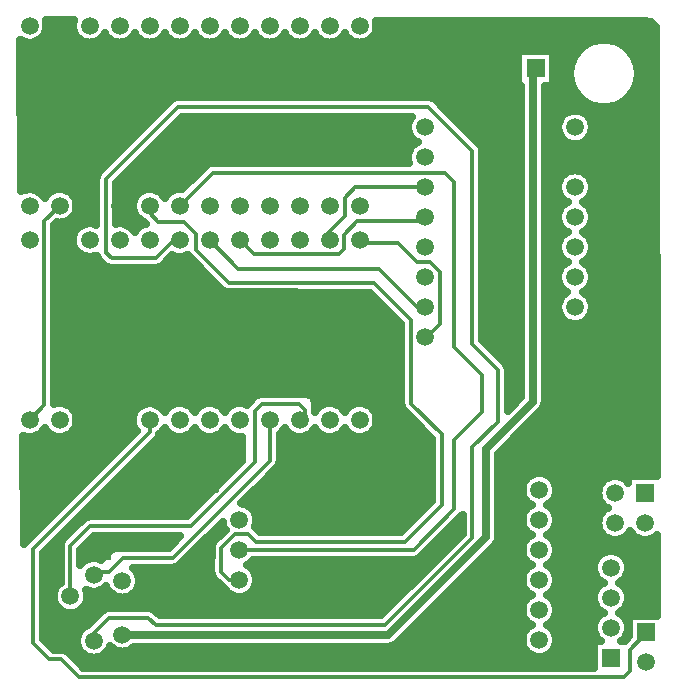
<source format=gbr>
G04 DipTrace 3.2.0.1*
G04 Bottom.gbr*
%MOIN*%
G04 #@! TF.FileFunction,Copper,L2,Bot*
G04 #@! TF.Part,Single*
G04 #@! TA.AperFunction,Conductor*
%ADD13C,0.026*%
%ADD14C,0.012992*%
G04 #@! TA.AperFunction,CopperBalancing*
%ADD15C,0.025*%
G04 #@! TA.AperFunction,ComponentPad*
%ADD17C,0.059055*%
%ADD18R,0.059055X0.059055*%
%ADD19C,0.059055*%
%ADD20C,0.062992*%
%ADD21R,0.062992X0.062992*%
%ADD22R,0.079X0.052*%
G04 #@! TA.AperFunction,ViaPad*
%ADD23C,0.04*%
%FSLAX26Y26*%
G04*
G70*
G90*
G75*
G01*
G04 Bottom*
%LPD*%
X1165000Y791125D2*
D14*
X1131000D1*
X1105000Y817125D1*
Y898125D1*
X1150000Y943125D1*
X1195000D1*
X1219000Y919125D1*
X1717000D1*
X1840000Y1042125D1*
Y1276125D1*
X1738000Y1378125D1*
Y1657125D1*
X1612785Y1782340D1*
X1129785D1*
X1021000Y1891125D1*
Y1945125D1*
X982000Y1984125D1*
X895000D1*
X866000Y2013125D1*
Y2038125D1*
X1165000Y891125D2*
X1746000D1*
X1882000Y1027125D1*
Y1258125D1*
X1975000Y1351125D1*
Y1474125D1*
X1882000Y1567125D1*
Y2116125D1*
X1849000Y2149125D1*
X1077000D1*
X966000Y2038125D1*
X566000D2*
X515016Y1987141D1*
Y1373141D1*
X466000Y1324125D1*
X775000Y608125D2*
D13*
X1661000D1*
X1987000Y934125D1*
Y1228125D1*
X2143000Y1384125D1*
Y2487125D1*
X2153000Y2497125D1*
X1566000Y1924125D2*
D14*
Y1915125D1*
X1693000D1*
X1756000Y1852125D1*
X1801000D1*
X1834000Y1819125D1*
Y1645125D1*
X1786500Y1597625D1*
X1784000Y1600125D1*
Y2100125D2*
X1551000D1*
X1516000Y2065125D1*
Y2005125D1*
X1459000Y1948125D1*
Y1924125D1*
X1466000D1*
X1784000Y2000125D2*
Y1987125D1*
X1558000D1*
X1513000Y1942125D1*
Y1894125D1*
X1498000Y1879125D1*
X1213000D1*
X1171000Y1921125D1*
Y1929125D1*
X1166000Y1924125D1*
X1784000Y1700125D2*
X1758000D1*
X1630000Y1828125D1*
X1162000D1*
X1066000Y1924125D1*
X602000Y737125D2*
Y905125D1*
X667000Y970125D1*
X1003000D1*
X1216000Y1183125D1*
Y1354125D1*
X1240000Y1378125D1*
X1363000D1*
X1384000Y1357125D1*
Y1324125D1*
X1366000D1*
X680000Y588125D2*
Y614125D1*
X730000Y664125D1*
X862000D1*
X886000Y640125D1*
X1651000D1*
X1942000Y931125D1*
Y1234125D1*
X2026000Y1318125D1*
Y1492125D1*
X1942000Y1576125D1*
Y2221125D1*
X1795000Y2368125D1*
X961000D1*
X721000Y2128125D1*
Y1882125D1*
X739000Y1864125D1*
X886000D1*
X966000Y1944125D1*
Y1924125D1*
X1266000Y1324125D2*
Y1188125D1*
X943000Y865125D1*
X778000D1*
X730000Y817125D1*
X680000D1*
Y808125D1*
X2521000Y616125D2*
X2524000D1*
X2467000Y559125D1*
Y487125D1*
X2446000Y466125D1*
X631000D1*
X571000Y526125D1*
X532000D1*
X478000Y580125D1*
Y895125D1*
X866000Y1283125D1*
Y1324125D1*
D23*
X724000Y2446125D3*
Y2311125D3*
X898000Y2455125D3*
X895000Y2368125D3*
X943000Y1201125D3*
X1081000Y1099125D3*
X751000Y1234125D3*
X694000Y1201125D3*
X1867000Y643125D3*
X1897000Y724125D3*
X2062000Y1792125D3*
X2050000Y1636125D3*
X2053000Y1984125D3*
X1036000Y802125D3*
X2275000Y1111125D3*
X2248000Y1039125D3*
X1213000Y2302125D3*
X1339000Y2296125D3*
X1537000Y1615125D3*
X1390000Y1681125D3*
X1465000Y1513125D3*
X1279000Y1555125D3*
X964000Y1666125D3*
X715000Y1687125D3*
X955000Y1531125D3*
X730000Y1525125D3*
X524443Y2641139D2*
D15*
X607538D1*
X1624436D2*
X2544961D1*
X520101Y2616270D2*
X611916D1*
X1620095D2*
X2552031D1*
X499431Y2591402D2*
X632585D1*
X699414D2*
X732595D1*
X799423D2*
X832568D1*
X899432D2*
X932577D1*
X999406D2*
X1032587D1*
X1099415D2*
X1132596D1*
X1199424D2*
X1232569D1*
X1299433D2*
X1332578D1*
X1399407D2*
X1432588D1*
X1499416D2*
X1532597D1*
X1599425D2*
X2368591D1*
X2391425D2*
X2552066D1*
X436024Y2566533D2*
X2306475D1*
X2453541D2*
X2552102D1*
X436275Y2541664D2*
X2092498D1*
X2213511D2*
X2283832D1*
X2476184D2*
X2552138D1*
X436491Y2516795D2*
X2092498D1*
X2213511D2*
X2271345D1*
X2488635D2*
X2552174D1*
X436706Y2491927D2*
X2092498D1*
X2213511D2*
X2265603D1*
X2494413D2*
X2552210D1*
X436921Y2467058D2*
X2092498D1*
X2213511D2*
X2265531D1*
X2494484D2*
X2552246D1*
X437136Y2442189D2*
X2092498D1*
X2213511D2*
X2271093D1*
X2488887D2*
X2552282D1*
X437352Y2417320D2*
X2101002D1*
X2184983D2*
X2283330D1*
X2476650D2*
X2552318D1*
X437603Y2392452D2*
X936202D1*
X1819790D2*
X2101002D1*
X2184983D2*
X2305578D1*
X2454438D2*
X2552318D1*
X437818Y2367583D2*
X911298D1*
X1844694D2*
X2101002D1*
X2184983D2*
X2361880D1*
X2398135D2*
X2552354D1*
X438034Y2342714D2*
X886430D1*
X1869561D2*
X2101002D1*
X2184983D2*
X2245113D1*
X2322886D2*
X2552389D1*
X438249Y2317845D2*
X861562D1*
X959897D2*
X1728345D1*
X1894429D2*
X2101002D1*
X2184983D2*
X2228355D1*
X2339644D2*
X2552425D1*
X438464Y2292976D2*
X836695D1*
X935030D2*
X1725941D1*
X1919297D2*
X2101002D1*
X2184983D2*
X2225915D1*
X2342084D2*
X2552461D1*
X438679Y2268108D2*
X811827D1*
X910162D2*
X1735522D1*
X1944165D2*
X2101002D1*
X2184983D2*
X2235532D1*
X2332467D2*
X2552497D1*
X438931Y2243239D2*
X786959D1*
X885294D2*
X1745713D1*
X1968996D2*
X2101002D1*
X2184983D2*
X2552533D1*
X439146Y2218370D2*
X762092D1*
X860426D2*
X1728524D1*
X1977501D2*
X2101002D1*
X2184983D2*
X2552569D1*
X439361Y2193501D2*
X737224D1*
X835523D2*
X1725869D1*
X1977501D2*
X2101002D1*
X2184983D2*
X2552605D1*
X439577Y2168633D2*
X712356D1*
X810655D2*
X1047335D1*
X1977501D2*
X2101002D1*
X2184983D2*
X2552641D1*
X439792Y2143764D2*
X689462D1*
X785787D2*
X1022467D1*
X1977501D2*
X2101002D1*
X2184983D2*
X2246369D1*
X2321630D2*
X2552677D1*
X440007Y2118895D2*
X685515D1*
X760919D2*
X997599D1*
X1977501D2*
X2101002D1*
X2184983D2*
X2228714D1*
X2339285D2*
X2552712D1*
X440258Y2094026D2*
X559741D1*
X572273D2*
X685515D1*
X756506D2*
X859732D1*
X872241D2*
X959742D1*
X1977501D2*
X2101002D1*
X2184983D2*
X2225807D1*
X2342192D2*
X2552748D1*
X615158Y2069158D2*
X685515D1*
X756506D2*
X816851D1*
X1977501D2*
X2101002D1*
X2184983D2*
X2234814D1*
X2333185D2*
X2552784D1*
X624201Y2044289D2*
X685515D1*
X756506D2*
X807808D1*
X1977501D2*
X2101002D1*
X2184983D2*
X2247015D1*
X2320984D2*
X2552820D1*
X621330Y2019420D2*
X685515D1*
X756506D2*
X810679D1*
X1977501D2*
X2101002D1*
X2184983D2*
X2228894D1*
X2339106D2*
X2552856D1*
X603711Y1994551D2*
X685515D1*
X756506D2*
X828298D1*
X1977501D2*
X2101002D1*
X2184983D2*
X2225736D1*
X2342264D2*
X2552892D1*
X550495Y1969683D2*
X630899D1*
X801110D2*
X830882D1*
X1977501D2*
X2101002D1*
X2184983D2*
X2234456D1*
X2333544D2*
X2552892D1*
X550495Y1944814D2*
X611450D1*
X1977501D2*
X2101002D1*
X2184983D2*
X2247697D1*
X2320303D2*
X2552928D1*
X550495Y1919945D2*
X607646D1*
X1977501D2*
X2101002D1*
X2184983D2*
X2229109D1*
X2338891D2*
X2552964D1*
X550495Y1895076D2*
X615576D1*
X1977501D2*
X2101002D1*
X2184983D2*
X2225700D1*
X2342300D2*
X2552999D1*
X550495Y1870207D2*
X648267D1*
X1977501D2*
X2101002D1*
X2184983D2*
X2234133D1*
X2333867D2*
X2553035D1*
X550495Y1845339D2*
X708624D1*
X916370D2*
X1017623D1*
X1977501D2*
X2101002D1*
X2184983D2*
X2248415D1*
X2319585D2*
X2553071D1*
X550495Y1820470D2*
X1042491D1*
X1977501D2*
X2101002D1*
X2184983D2*
X2229288D1*
X2338711D2*
X2553107D1*
X550495Y1795601D2*
X1067358D1*
X1977501D2*
X2101002D1*
X2184983D2*
X2225664D1*
X2342336D2*
X2553143D1*
X550495Y1770732D2*
X1092226D1*
X1977501D2*
X2101002D1*
X2184983D2*
X2233810D1*
X2334190D2*
X2553179D1*
X550495Y1745864D2*
X1600095D1*
X1977501D2*
X2101002D1*
X2184983D2*
X2249132D1*
X2318867D2*
X2553215D1*
X550495Y1720995D2*
X1624963D1*
X1977501D2*
X2101002D1*
X2184983D2*
X2229504D1*
X2338496D2*
X2553251D1*
X550495Y1696126D2*
X1649830D1*
X1977501D2*
X2101002D1*
X2184983D2*
X2225628D1*
X2342371D2*
X2553287D1*
X550495Y1671257D2*
X1674698D1*
X1977501D2*
X2101002D1*
X2184983D2*
X2233487D1*
X2334513D2*
X2553322D1*
X550495Y1646389D2*
X1699566D1*
X1977501D2*
X2101002D1*
X2184983D2*
X2265639D1*
X2302361D2*
X2553358D1*
X550495Y1621520D2*
X1702508D1*
X1977501D2*
X2101002D1*
X2184983D2*
X2553394D1*
X550495Y1596651D2*
X1702508D1*
X1977501D2*
X2101002D1*
X2184983D2*
X2553430D1*
X550495Y1571782D2*
X1702508D1*
X1995515D2*
X2101002D1*
X2184983D2*
X2553430D1*
X550495Y1546913D2*
X1702508D1*
X2020383D2*
X2101002D1*
X2184983D2*
X2553466D1*
X550495Y1522045D2*
X1702508D1*
X2045250D2*
X2101002D1*
X2184983D2*
X2553502D1*
X550495Y1497176D2*
X1702508D1*
X2061111D2*
X2101002D1*
X2184983D2*
X2553538D1*
X550495Y1472307D2*
X1702508D1*
X2061506D2*
X2101002D1*
X2184983D2*
X2553574D1*
X550495Y1447438D2*
X1702508D1*
X2061506D2*
X2101002D1*
X2184983D2*
X2553610D1*
X550495Y1422570D2*
X1702508D1*
X2061506D2*
X2101002D1*
X2184983D2*
X2553645D1*
X550495Y1397701D2*
X1210429D1*
X1413079D2*
X1702508D1*
X2061506D2*
X2098203D1*
X2184983D2*
X2553681D1*
X596175Y1372832D2*
X835798D1*
X896203D2*
X935807D1*
X996176D2*
X1035816D1*
X1096185D2*
X1135825D1*
X1419502D2*
X1435817D1*
X1496186D2*
X1535826D1*
X1596196D2*
X1702939D1*
X2183369D2*
X2553717D1*
X619213Y1347963D2*
X812796D1*
X1619197D2*
X1719015D1*
X2165211D2*
X2553753D1*
X624524Y1323095D2*
X807485D1*
X1624508D2*
X1743883D1*
X2140343D2*
X2553789D1*
X618172Y1298226D2*
X813801D1*
X1618193D2*
X1768751D1*
X2115476D2*
X2553825D1*
X492219Y1273357D2*
X539789D1*
X592192D2*
X807054D1*
X900007D2*
X939790D1*
X992193D2*
X1039799D1*
X1092202D2*
X1139808D1*
X1301479D2*
X1339791D1*
X1392194D2*
X1439800D1*
X1492203D2*
X1539809D1*
X1592212D2*
X1793618D1*
X2090608D2*
X2553861D1*
X447758Y1248488D2*
X782187D1*
X880521D2*
X1171494D1*
X1301479D2*
X1804491D1*
X2065740D2*
X2553897D1*
X448009Y1223620D2*
X757319D1*
X855654D2*
X1171494D1*
X1301479D2*
X1804491D1*
X2040872D2*
X2553932D1*
X448225Y1198751D2*
X732451D1*
X830786D2*
X1171494D1*
X1301479D2*
X1804491D1*
X2028995D2*
X2553968D1*
X448440Y1173882D2*
X707583D1*
X805918D2*
X1157607D1*
X1298249D2*
X1804491D1*
X2028995D2*
X2554004D1*
X448655Y1149013D2*
X682716D1*
X781050D2*
X1132739D1*
X1276037D2*
X1804491D1*
X2028995D2*
X2554004D1*
X448871Y1124144D2*
X657848D1*
X756183D2*
X1107872D1*
X1251169D2*
X1804491D1*
X2028995D2*
X2117222D1*
X2212758D2*
X2379607D1*
X449086Y1099276D2*
X632980D1*
X731315D2*
X1083004D1*
X1226301D2*
X1804491D1*
X2028995D2*
X2107067D1*
X2222949D2*
X2362490D1*
X449337Y1074407D2*
X608112D1*
X706447D2*
X1058136D1*
X1201434D2*
X1804491D1*
X2028995D2*
X2109040D1*
X2220975D2*
X2359871D1*
X449552Y1049538D2*
X583245D1*
X681579D2*
X1033232D1*
X1176566D2*
X1798247D1*
X2028995D2*
X2124937D1*
X2205043D2*
X2369237D1*
X449768Y1024669D2*
X558377D1*
X656712D2*
X1008365D1*
X1212378D2*
X1773380D1*
X2028995D2*
X2117617D1*
X2212363D2*
X2380253D1*
X449983Y999801D2*
X533509D1*
X631844D2*
X650061D1*
X1222857D2*
X1748512D1*
X2028995D2*
X2107138D1*
X2222841D2*
X2362670D1*
X450198Y974932D2*
X508642D1*
X606976D2*
X622646D1*
X1221134D2*
X1723644D1*
X1878963D2*
X1906510D1*
X2028995D2*
X2108861D1*
X2221119D2*
X2359799D1*
X450414Y950063D2*
X483774D1*
X582109D2*
X597778D1*
X1077095D2*
X1107764D1*
X1854095D2*
X1906510D1*
X2028995D2*
X2124399D1*
X2205617D2*
X2368878D1*
X557241Y925194D2*
X573305D1*
X671245D2*
X953892D1*
X1052227D2*
X1082896D1*
X1829228D2*
X1886917D1*
X2027990D2*
X2118011D1*
X2211968D2*
X2412190D1*
X2423801D2*
X2512199D1*
X2523787D2*
X2554327D1*
X532373Y900326D2*
X566487D1*
X646377D2*
X929025D1*
X1027360D2*
X1069583D1*
X1804360D2*
X1862049D1*
X2011555D2*
X2107246D1*
X2222769D2*
X2554363D1*
X513498Y875457D2*
X566487D1*
X637514D2*
X718169D1*
X1002492D2*
X1069511D1*
X1779492D2*
X1837182D1*
X1986687D2*
X2108717D1*
X2221298D2*
X2365971D1*
X2442022D2*
X2554399D1*
X513498Y850588D2*
X566487D1*
X977624D2*
X1069511D1*
X1206170D2*
X1812314D1*
X1961820D2*
X2123825D1*
X2206191D2*
X2348603D1*
X2459390D2*
X2554435D1*
X513498Y825719D2*
X566487D1*
X819052D2*
X1069511D1*
X1211589D2*
X1787446D1*
X1936952D2*
X2118442D1*
X2211574D2*
X2345840D1*
X2462153D2*
X2554471D1*
X513498Y800851D2*
X566487D1*
X832078D2*
X1073782D1*
X1222677D2*
X1762579D1*
X1912084D2*
X2107318D1*
X2222662D2*
X2355026D1*
X2453002D2*
X2554507D1*
X513498Y775982D2*
X559131D1*
X832185D2*
X1096963D1*
X1221457D2*
X1737711D1*
X1887216D2*
X2108574D1*
X2221442D2*
X2366617D1*
X2441376D2*
X2554543D1*
X513498Y751113D2*
X545243D1*
X658757D2*
X730442D1*
X819554D2*
X1123266D1*
X1206709D2*
X1712807D1*
X1862349D2*
X2123286D1*
X2206729D2*
X2348783D1*
X2459210D2*
X2554543D1*
X513498Y726244D2*
X544526D1*
X659475D2*
X1687939D1*
X1837481D2*
X2118837D1*
X2211143D2*
X2345768D1*
X2462225D2*
X2554578D1*
X513498Y701375D2*
X556367D1*
X647633D2*
X1663072D1*
X1812613D2*
X2107426D1*
X2222590D2*
X2354668D1*
X2453325D2*
X2554614D1*
X513498Y676507D2*
X693230D1*
X898786D2*
X1638204D1*
X1787745D2*
X2108430D1*
X2221585D2*
X2367299D1*
X2440694D2*
X2554650D1*
X513498Y651638D2*
X668362D1*
X1762878D2*
X2122748D1*
X2207232D2*
X2348998D1*
X513498Y626769D2*
X636927D1*
X1738010D2*
X2119267D1*
X2210712D2*
X2345732D1*
X513498Y601900D2*
X623184D1*
X1713142D2*
X2107533D1*
X2222482D2*
X2354309D1*
X530256Y577032D2*
X622574D1*
X1687844D2*
X2108287D1*
X2221729D2*
X2345481D1*
X593771Y552163D2*
X634523D1*
X725466D2*
X769807D1*
X780202D2*
X2122246D1*
X2207770D2*
X2345481D1*
X618997Y527294D2*
X2345481D1*
X643865Y502425D2*
X2345481D1*
X516000Y1298860D2*
X511327Y1291193D1*
X505617Y1284507D1*
X498932Y1278798D1*
X491436Y1274204D1*
X483313Y1270839D1*
X474765Y1268787D1*
X466000Y1268097D1*
X457235Y1268787D1*
X448687Y1270839D1*
X445059Y1272178D1*
X448292Y909491D1*
X451306Y914519D1*
X454668Y918457D1*
X823631Y1287419D1*
X818229Y1294850D1*
X814237Y1302684D1*
X811520Y1311045D1*
X810145Y1319729D1*
Y1328521D1*
X811520Y1337204D1*
X814237Y1345566D1*
X818229Y1353399D1*
X823396Y1360512D1*
X829613Y1366728D1*
X836726Y1371896D1*
X844559Y1375887D1*
X852921Y1378604D1*
X861604Y1379980D1*
X870396D1*
X879079Y1378604D1*
X887441Y1375887D1*
X895274Y1371896D1*
X902387Y1366728D1*
X908604Y1360512D1*
X913771Y1353399D1*
X916079Y1349561D1*
X920673Y1357057D1*
X926383Y1363742D1*
X933068Y1369452D1*
X940564Y1374046D1*
X948687Y1377410D1*
X957235Y1379463D1*
X966000Y1380152D1*
X974765Y1379463D1*
X983313Y1377410D1*
X991436Y1374046D1*
X998932Y1369452D1*
X1005617Y1363742D1*
X1011327Y1357057D1*
X1016000Y1349389D1*
X1020673Y1357057D1*
X1026383Y1363742D1*
X1033068Y1369452D1*
X1040564Y1374046D1*
X1048687Y1377410D1*
X1057235Y1379463D1*
X1066000Y1380152D1*
X1074765Y1379463D1*
X1083313Y1377410D1*
X1091436Y1374046D1*
X1098932Y1369452D1*
X1105617Y1363742D1*
X1111327Y1357057D1*
X1116000Y1349389D1*
X1120673Y1357057D1*
X1126383Y1363742D1*
X1133068Y1369452D1*
X1140564Y1374046D1*
X1148687Y1377410D1*
X1157235Y1379463D1*
X1166000Y1380152D1*
X1174765Y1379463D1*
X1183313Y1377410D1*
X1189953Y1374729D1*
X1218571Y1403215D1*
X1222760Y1406259D1*
X1227373Y1408609D1*
X1232297Y1410209D1*
X1237411Y1411019D1*
X1304304Y1411121D1*
X1386589Y1411019D1*
X1391703Y1410209D1*
X1396627Y1408609D1*
X1401240Y1406259D1*
X1405429Y1403215D1*
X1409090Y1399554D1*
X1412134Y1395365D1*
X1414484Y1390752D1*
X1416084Y1385828D1*
X1416894Y1380714D1*
X1416996Y1351319D1*
X1420673Y1357057D1*
X1426383Y1363742D1*
X1433068Y1369452D1*
X1440564Y1374046D1*
X1448687Y1377410D1*
X1457235Y1379463D1*
X1466000Y1380152D1*
X1474765Y1379463D1*
X1483313Y1377410D1*
X1491436Y1374046D1*
X1498932Y1369452D1*
X1505617Y1363742D1*
X1511327Y1357057D1*
X1516000Y1349389D1*
X1520673Y1357057D1*
X1526383Y1363742D1*
X1533068Y1369452D1*
X1540564Y1374046D1*
X1548687Y1377410D1*
X1557235Y1379463D1*
X1566000Y1380152D1*
X1574765Y1379463D1*
X1583313Y1377410D1*
X1591436Y1374046D1*
X1598932Y1369452D1*
X1605617Y1363742D1*
X1611327Y1357057D1*
X1615921Y1349561D1*
X1619285Y1341438D1*
X1621338Y1332889D1*
X1622028Y1324125D1*
X1621338Y1315360D1*
X1619285Y1306811D1*
X1615921Y1298689D1*
X1611327Y1291193D1*
X1605617Y1284507D1*
X1598932Y1278798D1*
X1591436Y1274204D1*
X1583313Y1270839D1*
X1574765Y1268787D1*
X1566000Y1268097D1*
X1557235Y1268787D1*
X1548687Y1270839D1*
X1540564Y1274204D1*
X1533068Y1278798D1*
X1526383Y1284507D1*
X1520673Y1291193D1*
X1516000Y1298860D1*
X1511327Y1291193D1*
X1505617Y1284507D1*
X1498932Y1278798D1*
X1491436Y1274204D1*
X1483313Y1270839D1*
X1474765Y1268787D1*
X1466000Y1268097D1*
X1457235Y1268787D1*
X1448687Y1270839D1*
X1440564Y1274204D1*
X1433068Y1278798D1*
X1426383Y1284507D1*
X1420673Y1291193D1*
X1416000Y1298860D1*
X1411327Y1291193D1*
X1405617Y1284507D1*
X1398932Y1278798D1*
X1391436Y1274204D1*
X1383313Y1270839D1*
X1374765Y1268787D1*
X1366000Y1268097D1*
X1357235Y1268787D1*
X1348687Y1270839D1*
X1340564Y1274204D1*
X1333068Y1278798D1*
X1326383Y1284507D1*
X1320673Y1291193D1*
X1316000Y1298860D1*
X1311327Y1291193D1*
X1305617Y1284507D1*
X1299000Y1278851D1*
X1298894Y1185536D1*
X1298084Y1180422D1*
X1296484Y1175498D1*
X1294134Y1170884D1*
X1291090Y1166695D1*
X1243862Y1119323D1*
X1171318Y1046779D1*
X1178079Y1045604D1*
X1186441Y1042887D1*
X1194274Y1038896D1*
X1201387Y1033728D1*
X1207604Y1027512D1*
X1212771Y1020399D1*
X1216763Y1012566D1*
X1219480Y1004204D1*
X1220855Y995521D1*
Y986729D1*
X1219480Y978045D1*
X1216763Y969684D1*
X1216180Y968420D1*
X1232668Y952120D1*
X1703329Y952121D1*
X1807014Y1055802D1*
X1807004Y1262490D1*
X1712910Y1356695D1*
X1709866Y1360884D1*
X1707516Y1365498D1*
X1705916Y1370422D1*
X1705106Y1375536D1*
X1705004Y1442429D1*
Y1643488D1*
X1599141Y1749321D1*
X1127196Y1749446D1*
X1122082Y1750255D1*
X1117158Y1751855D1*
X1112544Y1754206D1*
X1108355Y1757249D1*
X1060983Y1804478D1*
X995909Y1869695D1*
X992861Y1873893D1*
X991436Y1874204D1*
X983313Y1870839D1*
X974765Y1868787D1*
X966000Y1868097D1*
X957235Y1868787D1*
X948687Y1870839D1*
X942047Y1873520D1*
X907429Y1839034D1*
X903240Y1835991D1*
X898627Y1833640D1*
X893703Y1832040D1*
X888589Y1831230D1*
X821696Y1831129D1*
X736411Y1831230D1*
X731297Y1832040D1*
X726373Y1833640D1*
X721760Y1835991D1*
X717571Y1839034D1*
X697668Y1858793D1*
X694306Y1862730D1*
X691600Y1867145D1*
X689616Y1871938D1*
X687441Y1872362D1*
X679079Y1869645D1*
X670396Y1868270D1*
X661604D1*
X652921Y1869645D1*
X644559Y1872362D1*
X636726Y1876353D1*
X629613Y1881521D1*
X623396Y1887738D1*
X618229Y1894850D1*
X614237Y1902684D1*
X611520Y1911045D1*
X610145Y1919729D1*
Y1928521D1*
X611520Y1937204D1*
X614237Y1945566D1*
X618229Y1953399D1*
X623396Y1960512D1*
X629613Y1966728D1*
X636726Y1971896D1*
X644559Y1975887D1*
X652921Y1978604D1*
X661604Y1979980D1*
X670396D1*
X679079Y1978604D1*
X687441Y1975887D1*
X688018Y1975621D1*
X688106Y2130714D1*
X688916Y2135828D1*
X690516Y2140752D1*
X692866Y2145365D1*
X695910Y2149554D1*
X743138Y2196927D1*
X939571Y2393215D1*
X943760Y2396259D1*
X948373Y2398609D1*
X953297Y2400209D1*
X958411Y2401019D1*
X1025304Y2401121D1*
X1797589Y2401019D1*
X1802703Y2400209D1*
X1807627Y2398609D1*
X1812240Y2396259D1*
X1816429Y2393215D1*
X1863802Y2345986D1*
X1967090Y2242554D1*
X1970134Y2238365D1*
X1972484Y2233752D1*
X1974084Y2228828D1*
X1974894Y2223714D1*
X1974996Y2156820D1*
Y1589814D1*
X2051090Y1513554D1*
X2054134Y1509365D1*
X2056484Y1504752D1*
X2058084Y1499828D1*
X2058894Y1494714D1*
X2058996Y1427820D1*
Y1356016D1*
X2103523Y1400510D1*
X2103500Y2439156D1*
X2095004Y2439129D1*
Y2555121D1*
X2210996D1*
Y2439129D1*
X2182468D1*
X2182500Y1384125D1*
X2182014Y1377946D1*
X2180567Y1371919D1*
X2178195Y1366192D1*
X2174956Y1360907D1*
X2170922Y1356186D1*
X2026477Y1211740D1*
X2026378Y931026D1*
X2025409Y924904D1*
X2023493Y919009D1*
X2020679Y913486D1*
X2017036Y908471D1*
X1988948Y880211D1*
X1686653Y578089D1*
X1681639Y574445D1*
X1676116Y571631D1*
X1670221Y569716D1*
X1664099Y568746D1*
X1624255Y568625D1*
X814617Y568507D1*
X807932Y562798D1*
X800436Y558204D1*
X792313Y554839D1*
X783765Y552787D1*
X775000Y552097D1*
X766235Y552787D1*
X757687Y554839D1*
X749564Y558204D1*
X742068Y562798D1*
X735383Y568507D1*
X733271Y570791D1*
X729921Y562689D1*
X725327Y555193D1*
X719617Y548507D1*
X712932Y542798D1*
X705436Y538204D1*
X697313Y534839D1*
X688765Y532787D1*
X680000Y532097D1*
X671235Y532787D1*
X662687Y534839D1*
X654564Y538204D1*
X647068Y542798D1*
X640383Y548507D1*
X634673Y555193D1*
X630079Y562689D1*
X626715Y570811D1*
X624662Y579360D1*
X623972Y588125D1*
X624662Y596889D1*
X626715Y605438D1*
X630079Y613561D1*
X634673Y621057D1*
X640383Y627742D1*
X647068Y633452D1*
X654564Y638046D1*
X659414Y640203D1*
X708571Y689215D1*
X712760Y692259D1*
X717373Y694609D1*
X722297Y696209D1*
X727411Y697019D1*
X794304Y697121D1*
X864589Y697019D1*
X869703Y696209D1*
X874627Y694609D1*
X879240Y692259D1*
X883429Y689215D1*
X899668Y673120D1*
X1637307Y673121D1*
X1908989Y944778D1*
X1909004Y1008168D1*
X1905324Y1003786D1*
X1767429Y866034D1*
X1763240Y862991D1*
X1758627Y860640D1*
X1753703Y859040D1*
X1748589Y858230D1*
X1681696Y858129D1*
X1210285D1*
X1204617Y851507D1*
X1197932Y845798D1*
X1190264Y841125D1*
X1197932Y836452D1*
X1204617Y830742D1*
X1210327Y824057D1*
X1214921Y816561D1*
X1218285Y808438D1*
X1220338Y799889D1*
X1221028Y791125D1*
X1220338Y782360D1*
X1218285Y773811D1*
X1214921Y765689D1*
X1210327Y758193D1*
X1204617Y751507D1*
X1197932Y745798D1*
X1190436Y741204D1*
X1182313Y737839D1*
X1173765Y735787D1*
X1165000Y735097D1*
X1156235Y735787D1*
X1147687Y737839D1*
X1139564Y741204D1*
X1132068Y745798D1*
X1125383Y751507D1*
X1119673Y758193D1*
X1117907Y760836D1*
X1113760Y762991D1*
X1109571Y766034D1*
X1081668Y793793D1*
X1078306Y797730D1*
X1075600Y802145D1*
X1073619Y806928D1*
X1072410Y811963D1*
X1072004Y817125D1*
X1072106Y900714D1*
X1072916Y905828D1*
X1074516Y910752D1*
X1076866Y915365D1*
X1079910Y919554D1*
X1119146Y958934D1*
X1115079Y965689D1*
X1111715Y973811D1*
X1109662Y982360D1*
X1109369Y984835D1*
X964429Y840034D1*
X960240Y836991D1*
X955627Y834640D1*
X950703Y833040D1*
X945589Y832230D1*
X878696Y832129D1*
X809690D1*
X814617Y827742D1*
X820327Y821057D1*
X824921Y813561D1*
X828285Y805438D1*
X830338Y796889D1*
X831028Y788125D1*
X830338Y779360D1*
X828285Y770811D1*
X824921Y762689D1*
X820327Y755193D1*
X814617Y748507D1*
X807932Y742798D1*
X800436Y738204D1*
X792313Y734839D1*
X783765Y732787D1*
X775000Y732097D1*
X766235Y732787D1*
X757687Y734839D1*
X749564Y738204D1*
X742068Y742798D1*
X735383Y748507D1*
X729673Y755193D1*
X725079Y762689D1*
X721732Y770763D1*
X716387Y765521D1*
X709274Y760353D1*
X701441Y756362D1*
X693079Y753645D1*
X684396Y752270D1*
X675604D1*
X666921Y753645D1*
X658559Y756362D1*
X653763Y758566D1*
X656480Y750204D1*
X657855Y741521D1*
Y732729D1*
X656480Y724045D1*
X653763Y715684D1*
X649771Y707850D1*
X644604Y700738D1*
X638387Y694521D1*
X631274Y689353D1*
X623441Y685362D1*
X615079Y682645D1*
X606396Y681270D1*
X597604D1*
X588921Y682645D1*
X580559Y685362D1*
X572726Y689353D1*
X565613Y694521D1*
X559396Y700738D1*
X554229Y707850D1*
X550237Y715684D1*
X547520Y724045D1*
X546145Y732729D1*
Y741521D1*
X547520Y750204D1*
X550237Y758566D1*
X554229Y766399D1*
X559396Y773512D1*
X565613Y779728D1*
X569000Y782399D1*
X569106Y907714D1*
X569916Y912828D1*
X571516Y917752D1*
X573866Y922365D1*
X576910Y926554D1*
X624138Y973927D1*
X645571Y995215D1*
X649760Y998259D1*
X654373Y1000609D1*
X659297Y1002209D1*
X664411Y1003019D1*
X731304Y1003121D1*
X989348D1*
X1174007Y1187796D1*
X1174004Y1268680D1*
X1166000Y1268097D1*
X1157235Y1268787D1*
X1148687Y1270839D1*
X1140564Y1274204D1*
X1133068Y1278798D1*
X1126383Y1284507D1*
X1120673Y1291193D1*
X1116000Y1298860D1*
X1111327Y1291193D1*
X1105617Y1284507D1*
X1098932Y1278798D1*
X1091436Y1274204D1*
X1083313Y1270839D1*
X1074765Y1268787D1*
X1066000Y1268097D1*
X1057235Y1268787D1*
X1048687Y1270839D1*
X1040564Y1274204D1*
X1033068Y1278798D1*
X1026383Y1284507D1*
X1020673Y1291193D1*
X1016000Y1298860D1*
X1011327Y1291193D1*
X1005617Y1284507D1*
X998932Y1278798D1*
X991436Y1274204D1*
X983313Y1270839D1*
X974765Y1268787D1*
X966000Y1268097D1*
X957235Y1268787D1*
X948687Y1270839D1*
X940564Y1274204D1*
X933068Y1278798D1*
X926383Y1284507D1*
X920673Y1291193D1*
X916000Y1298860D1*
X911327Y1291193D1*
X905617Y1284507D1*
X898689Y1278635D1*
X897381Y1272928D1*
X895400Y1268145D1*
X892694Y1263730D1*
X889324Y1259786D1*
X510981Y881442D1*
X510996Y593805D1*
X545660Y559128D1*
X573589Y559019D1*
X578703Y558209D1*
X583627Y556609D1*
X588240Y554259D1*
X592429Y551215D1*
X639802Y503986D1*
X644648Y499140D1*
X2347951Y499121D1*
X2347972Y588152D1*
X2369252D1*
X2364383Y592507D1*
X2358673Y599193D1*
X2354079Y606689D1*
X2350715Y614811D1*
X2348662Y623360D1*
X2347972Y632125D1*
X2348662Y640889D1*
X2350715Y649438D1*
X2354079Y657561D1*
X2358673Y665057D1*
X2364383Y671742D1*
X2371068Y677452D1*
X2378736Y682125D1*
X2371068Y686798D1*
X2364383Y692507D1*
X2358673Y699193D1*
X2354079Y706689D1*
X2350715Y714811D1*
X2348662Y723360D1*
X2347972Y732125D1*
X2348662Y740889D1*
X2350715Y749438D1*
X2354079Y757561D1*
X2358673Y765057D1*
X2364383Y771742D1*
X2371068Y777452D1*
X2378736Y782125D1*
X2371068Y786798D1*
X2364383Y792507D1*
X2358673Y799193D1*
X2354079Y806689D1*
X2350715Y814811D1*
X2348662Y823360D1*
X2347972Y832125D1*
X2348662Y840889D1*
X2350715Y849438D1*
X2354079Y857561D1*
X2358673Y865057D1*
X2364383Y871742D1*
X2371068Y877452D1*
X2378564Y882046D1*
X2386687Y885410D1*
X2395235Y887463D1*
X2404000Y888152D1*
X2412765Y887463D1*
X2421313Y885410D1*
X2429436Y882046D1*
X2436932Y877452D1*
X2443617Y871742D1*
X2449327Y865057D1*
X2453921Y857561D1*
X2457285Y849438D1*
X2459338Y840889D1*
X2460028Y832125D1*
X2459338Y823360D1*
X2457285Y814811D1*
X2453921Y806689D1*
X2449327Y799193D1*
X2443617Y792507D1*
X2436932Y786798D1*
X2429264Y782125D1*
X2436932Y777452D1*
X2443617Y771742D1*
X2449327Y765057D1*
X2453921Y757561D1*
X2457285Y749438D1*
X2459338Y740889D1*
X2460028Y732125D1*
X2459338Y723360D1*
X2457285Y714811D1*
X2453921Y706689D1*
X2449327Y699193D1*
X2443617Y692507D1*
X2436932Y686798D1*
X2429264Y682125D1*
X2436932Y677452D1*
X2443617Y671742D1*
X2449327Y665057D1*
X2453921Y657561D1*
X2457285Y649438D1*
X2459338Y640889D1*
X2460028Y632125D1*
X2459338Y623360D1*
X2457285Y614811D1*
X2453921Y606689D1*
X2449327Y599193D1*
X2443617Y592507D1*
X2438646Y588149D1*
X2449345Y588152D1*
X2464957Y603745D1*
X2464972Y672152D1*
X2557159D1*
X2556803Y940694D1*
X2550932Y935798D1*
X2543436Y931204D1*
X2535313Y927839D1*
X2526765Y925787D1*
X2518000Y925097D1*
X2509235Y925787D1*
X2500687Y927839D1*
X2492564Y931204D1*
X2485068Y935798D1*
X2478383Y941507D1*
X2472673Y948193D1*
X2468000Y955860D1*
X2463327Y948193D1*
X2457617Y941507D1*
X2450932Y935798D1*
X2443436Y931204D1*
X2435313Y927839D1*
X2426765Y925787D1*
X2418000Y925097D1*
X2409235Y925787D1*
X2400687Y927839D1*
X2392564Y931204D1*
X2385068Y935798D1*
X2378383Y941507D1*
X2372673Y948193D1*
X2368079Y955689D1*
X2364715Y963811D1*
X2362662Y972360D1*
X2361972Y981125D1*
X2362662Y989889D1*
X2364715Y998438D1*
X2368079Y1006561D1*
X2372673Y1014057D1*
X2378383Y1020742D1*
X2385068Y1026452D1*
X2392736Y1031125D1*
X2385068Y1035798D1*
X2378383Y1041507D1*
X2372673Y1048193D1*
X2368079Y1055689D1*
X2364715Y1063811D1*
X2362662Y1072360D1*
X2361972Y1081125D1*
X2362662Y1089889D1*
X2364715Y1098438D1*
X2368079Y1106561D1*
X2372673Y1114057D1*
X2378383Y1120742D1*
X2385068Y1126452D1*
X2392564Y1131046D1*
X2400687Y1134410D1*
X2409235Y1136463D1*
X2418000Y1137152D1*
X2426765Y1136463D1*
X2435313Y1134410D1*
X2443436Y1131046D1*
X2450932Y1126452D1*
X2457617Y1120742D1*
X2461976Y1115771D1*
X2461972Y1137152D1*
X2556537Y1137232D1*
X2554328Y2630627D1*
X2552585Y2634293D1*
X2548054Y2640558D1*
X2542369Y2645791D1*
X2535753Y2649786D1*
X2528367Y2652398D1*
X2520840Y2653629D1*
X1619400Y2654978D1*
X1621338Y2646889D1*
X1622028Y2638125D1*
X1621338Y2629360D1*
X1619285Y2620811D1*
X1615921Y2612689D1*
X1611327Y2605193D1*
X1605617Y2598507D1*
X1598932Y2592798D1*
X1591436Y2588204D1*
X1583313Y2584839D1*
X1574765Y2582787D1*
X1566000Y2582097D1*
X1557235Y2582787D1*
X1548687Y2584839D1*
X1540564Y2588204D1*
X1533068Y2592798D1*
X1526383Y2598507D1*
X1520673Y2605193D1*
X1516000Y2612860D1*
X1511327Y2605193D1*
X1505617Y2598507D1*
X1498932Y2592798D1*
X1491436Y2588204D1*
X1483313Y2584839D1*
X1474765Y2582787D1*
X1466000Y2582097D1*
X1457235Y2582787D1*
X1448687Y2584839D1*
X1440564Y2588204D1*
X1433068Y2592798D1*
X1426383Y2598507D1*
X1420673Y2605193D1*
X1416000Y2612860D1*
X1411327Y2605193D1*
X1405617Y2598507D1*
X1398932Y2592798D1*
X1391436Y2588204D1*
X1383313Y2584839D1*
X1374765Y2582787D1*
X1366000Y2582097D1*
X1357235Y2582787D1*
X1348687Y2584839D1*
X1340564Y2588204D1*
X1333068Y2592798D1*
X1326383Y2598507D1*
X1320673Y2605193D1*
X1316000Y2612860D1*
X1311327Y2605193D1*
X1305617Y2598507D1*
X1298932Y2592798D1*
X1291436Y2588204D1*
X1283313Y2584839D1*
X1274765Y2582787D1*
X1266000Y2582097D1*
X1257235Y2582787D1*
X1248687Y2584839D1*
X1240564Y2588204D1*
X1233068Y2592798D1*
X1226383Y2598507D1*
X1220673Y2605193D1*
X1216000Y2612860D1*
X1211327Y2605193D1*
X1205617Y2598507D1*
X1198932Y2592798D1*
X1191436Y2588204D1*
X1183313Y2584839D1*
X1174765Y2582787D1*
X1166000Y2582097D1*
X1157235Y2582787D1*
X1148687Y2584839D1*
X1140564Y2588204D1*
X1133068Y2592798D1*
X1126383Y2598507D1*
X1120673Y2605193D1*
X1116000Y2612860D1*
X1111327Y2605193D1*
X1105617Y2598507D1*
X1098932Y2592798D1*
X1091436Y2588204D1*
X1083313Y2584839D1*
X1074765Y2582787D1*
X1066000Y2582097D1*
X1057235Y2582787D1*
X1048687Y2584839D1*
X1040564Y2588204D1*
X1033068Y2592798D1*
X1026383Y2598507D1*
X1020673Y2605193D1*
X1016000Y2612860D1*
X1011327Y2605193D1*
X1005617Y2598507D1*
X998932Y2592798D1*
X991436Y2588204D1*
X983313Y2584839D1*
X974765Y2582787D1*
X966000Y2582097D1*
X957235Y2582787D1*
X948687Y2584839D1*
X940564Y2588204D1*
X933068Y2592798D1*
X926383Y2598507D1*
X920673Y2605193D1*
X916000Y2612860D1*
X911327Y2605193D1*
X905617Y2598507D1*
X898932Y2592798D1*
X891436Y2588204D1*
X883313Y2584839D1*
X874765Y2582787D1*
X866000Y2582097D1*
X857235Y2582787D1*
X848687Y2584839D1*
X840564Y2588204D1*
X833068Y2592798D1*
X826383Y2598507D1*
X820673Y2605193D1*
X816000Y2612860D1*
X811327Y2605193D1*
X805617Y2598507D1*
X798932Y2592798D1*
X791436Y2588204D1*
X783313Y2584839D1*
X774765Y2582787D1*
X766000Y2582097D1*
X757235Y2582787D1*
X748687Y2584839D1*
X740564Y2588204D1*
X733068Y2592798D1*
X726383Y2598507D1*
X720673Y2605193D1*
X716000Y2612860D1*
X711327Y2605193D1*
X705617Y2598507D1*
X698932Y2592798D1*
X691436Y2588204D1*
X683313Y2584839D1*
X674765Y2582787D1*
X666000Y2582097D1*
X657235Y2582787D1*
X648687Y2584839D1*
X640564Y2588204D1*
X633068Y2592798D1*
X626383Y2598507D1*
X620673Y2605193D1*
X616079Y2612689D1*
X612715Y2620811D1*
X610662Y2629360D1*
X609972Y2638125D1*
X610662Y2646889D1*
X612715Y2655438D1*
X613101Y2656486D1*
X518905Y2656625D1*
X520480Y2651204D1*
X521855Y2642521D1*
Y2633729D1*
X520480Y2625045D1*
X517763Y2616684D1*
X513771Y2608850D1*
X508604Y2601738D1*
X502387Y2595521D1*
X495274Y2590353D1*
X487441Y2586362D1*
X479079Y2583645D1*
X470396Y2582270D1*
X461604D1*
X452921Y2583645D1*
X444559Y2586362D1*
X436726Y2590353D1*
X433311Y2592635D1*
X437813Y2086518D1*
X444559Y2089887D1*
X452921Y2092604D1*
X461604Y2093980D1*
X470396D1*
X479079Y2092604D1*
X487441Y2089887D1*
X495274Y2085896D1*
X502387Y2080728D1*
X508604Y2074512D1*
X513771Y2067399D1*
X516079Y2063561D1*
X520673Y2071057D1*
X526383Y2077742D1*
X533068Y2083452D1*
X540564Y2088046D1*
X548687Y2091410D1*
X557235Y2093463D1*
X566000Y2094152D1*
X574765Y2093463D1*
X583313Y2091410D1*
X591436Y2088046D1*
X598932Y2083452D1*
X605617Y2077742D1*
X611327Y2071057D1*
X615921Y2063561D1*
X619285Y2055438D1*
X621338Y2046889D1*
X622028Y2038125D1*
X621338Y2029360D1*
X619285Y2020811D1*
X615921Y2012689D1*
X611327Y2005193D1*
X605617Y1998507D1*
X598932Y1992798D1*
X591436Y1988204D1*
X583313Y1984839D1*
X574765Y1982787D1*
X566000Y1982097D1*
X557321Y1982777D1*
X547998Y1973459D1*
X548012Y1377201D1*
X557235Y1379463D1*
X566000Y1380152D1*
X574765Y1379463D1*
X583313Y1377410D1*
X591436Y1374046D1*
X598932Y1369452D1*
X605617Y1363742D1*
X611327Y1357057D1*
X615921Y1349561D1*
X619285Y1341438D1*
X621338Y1332889D1*
X622028Y1324125D1*
X621338Y1315360D1*
X619285Y1306811D1*
X615921Y1298689D1*
X611327Y1291193D1*
X605617Y1284507D1*
X598932Y1278798D1*
X591436Y1274204D1*
X583313Y1270839D1*
X574765Y1268787D1*
X566000Y1268097D1*
X557235Y1268787D1*
X548687Y1270839D1*
X540564Y1274204D1*
X533068Y1278798D1*
X526383Y1284507D1*
X520673Y1291193D1*
X516000Y1298860D1*
X753982Y1978816D2*
X761604Y1979980D1*
X770396D1*
X779079Y1978604D1*
X787441Y1975887D1*
X795274Y1971896D1*
X802387Y1966728D1*
X808604Y1960512D1*
X813771Y1953399D1*
X816079Y1949561D1*
X820673Y1957057D1*
X826383Y1963742D1*
X833068Y1969452D1*
X840564Y1974046D1*
X848687Y1977410D1*
X853713Y1978762D1*
X847081Y1985380D1*
X840564Y1988204D1*
X833068Y1992798D1*
X826383Y1998507D1*
X820673Y2005193D1*
X816079Y2012689D1*
X812715Y2020811D1*
X810662Y2029360D1*
X809972Y2038125D1*
X810662Y2046889D1*
X812715Y2055438D1*
X816079Y2063561D1*
X820673Y2071057D1*
X826383Y2077742D1*
X833068Y2083452D1*
X840564Y2088046D1*
X848687Y2091410D1*
X857235Y2093463D1*
X866000Y2094152D1*
X874765Y2093463D1*
X883313Y2091410D1*
X891436Y2088046D1*
X898932Y2083452D1*
X905617Y2077742D1*
X911327Y2071057D1*
X916000Y2063389D1*
X920673Y2071057D1*
X926383Y2077742D1*
X933068Y2083452D1*
X940564Y2088046D1*
X948687Y2091410D1*
X957235Y2093463D1*
X966000Y2094152D1*
X974679Y2093473D1*
X1055571Y2174215D1*
X1059760Y2177259D1*
X1064373Y2179609D1*
X1069297Y2181209D1*
X1074411Y2182019D1*
X1141304Y2182121D1*
X1730918D1*
X1728662Y2191360D1*
X1727972Y2200125D1*
X1728662Y2208889D1*
X1730715Y2217438D1*
X1734079Y2225561D1*
X1738673Y2233057D1*
X1744383Y2239742D1*
X1751068Y2245452D1*
X1758736Y2250125D1*
X1751068Y2254798D1*
X1744383Y2260507D1*
X1738673Y2267193D1*
X1734079Y2274689D1*
X1730715Y2282811D1*
X1728662Y2291360D1*
X1727972Y2300125D1*
X1728662Y2308889D1*
X1730715Y2317438D1*
X1734079Y2325561D1*
X1738673Y2333057D1*
X1740301Y2335122D1*
X974652Y2335129D1*
X754012Y2114474D1*
X753996Y1978882D1*
X2220855Y1086729D2*
X2219480Y1078045D1*
X2216763Y1069684D1*
X2212771Y1061850D1*
X2207604Y1054738D1*
X2201387Y1048521D1*
X2194274Y1043353D1*
X2190436Y1041046D1*
X2197932Y1036452D1*
X2204617Y1030742D1*
X2210327Y1024057D1*
X2214921Y1016561D1*
X2218285Y1008438D1*
X2220338Y999889D1*
X2221028Y991125D1*
X2220338Y982360D1*
X2218285Y973811D1*
X2214921Y965689D1*
X2210327Y958193D1*
X2204617Y951507D1*
X2197932Y945798D1*
X2190264Y941125D1*
X2197932Y936452D1*
X2204617Y930742D1*
X2210327Y924057D1*
X2214921Y916561D1*
X2218285Y908438D1*
X2220338Y899889D1*
X2221028Y891125D1*
X2220338Y882360D1*
X2218285Y873811D1*
X2214921Y865689D1*
X2210327Y858193D1*
X2204617Y851507D1*
X2197932Y845798D1*
X2190264Y841125D1*
X2197932Y836452D1*
X2204617Y830742D1*
X2210327Y824057D1*
X2214921Y816561D1*
X2218285Y808438D1*
X2220338Y799889D1*
X2221028Y791125D1*
X2220338Y782360D1*
X2218285Y773811D1*
X2214921Y765689D1*
X2210327Y758193D1*
X2204617Y751507D1*
X2197932Y745798D1*
X2190264Y741125D1*
X2197932Y736452D1*
X2204617Y730742D1*
X2210327Y724057D1*
X2214921Y716561D1*
X2218285Y708438D1*
X2220338Y699889D1*
X2221028Y691125D1*
X2220338Y682360D1*
X2218285Y673811D1*
X2214921Y665689D1*
X2210327Y658193D1*
X2204617Y651507D1*
X2197932Y645798D1*
X2190264Y641125D1*
X2197932Y636452D1*
X2204617Y630742D1*
X2210327Y624057D1*
X2214921Y616561D1*
X2218285Y608438D1*
X2220338Y599889D1*
X2221028Y591125D1*
X2220338Y582360D1*
X2218285Y573811D1*
X2214921Y565689D1*
X2210327Y558193D1*
X2204617Y551507D1*
X2197932Y545798D1*
X2190436Y541204D1*
X2182313Y537839D1*
X2173765Y535787D1*
X2165000Y535097D1*
X2156235Y535787D1*
X2147687Y537839D1*
X2139564Y541204D1*
X2132068Y545798D1*
X2125383Y551507D1*
X2119673Y558193D1*
X2115079Y565689D1*
X2111715Y573811D1*
X2109662Y582360D1*
X2108972Y591125D1*
X2109662Y599889D1*
X2111715Y608438D1*
X2115079Y616561D1*
X2119673Y624057D1*
X2125383Y630742D1*
X2132068Y636452D1*
X2139736Y641125D1*
X2132068Y645798D1*
X2125383Y651507D1*
X2119673Y658193D1*
X2115079Y665689D1*
X2111715Y673811D1*
X2109662Y682360D1*
X2108972Y691125D1*
X2109662Y699889D1*
X2111715Y708438D1*
X2115079Y716561D1*
X2119673Y724057D1*
X2125383Y730742D1*
X2132068Y736452D1*
X2139736Y741125D1*
X2132068Y745798D1*
X2125383Y751507D1*
X2119673Y758193D1*
X2115079Y765689D1*
X2111715Y773811D1*
X2109662Y782360D1*
X2108972Y791125D1*
X2109662Y799889D1*
X2111715Y808438D1*
X2115079Y816561D1*
X2119673Y824057D1*
X2125383Y830742D1*
X2132068Y836452D1*
X2139736Y841125D1*
X2132068Y845798D1*
X2125383Y851507D1*
X2119673Y858193D1*
X2115079Y865689D1*
X2111715Y873811D1*
X2109662Y882360D1*
X2108972Y891125D1*
X2109662Y899889D1*
X2111715Y908438D1*
X2115079Y916561D1*
X2119673Y924057D1*
X2125383Y930742D1*
X2132068Y936452D1*
X2139736Y941125D1*
X2132068Y945798D1*
X2125383Y951507D1*
X2119673Y958193D1*
X2115079Y965689D1*
X2111715Y973811D1*
X2109662Y982360D1*
X2108972Y991125D1*
X2109662Y999889D1*
X2111715Y1008438D1*
X2115079Y1016561D1*
X2119673Y1024057D1*
X2125383Y1030742D1*
X2132068Y1036452D1*
X2139736Y1041125D1*
X2132068Y1045798D1*
X2125383Y1051507D1*
X2119673Y1058193D1*
X2115079Y1065689D1*
X2111715Y1073811D1*
X2109662Y1082360D1*
X2108972Y1091125D1*
X2109662Y1099889D1*
X2111715Y1108438D1*
X2115079Y1116561D1*
X2119673Y1124057D1*
X2125383Y1130742D1*
X2132068Y1136452D1*
X2139564Y1141046D1*
X2147687Y1144410D1*
X2156235Y1146463D1*
X2165000Y1147152D1*
X2173765Y1146463D1*
X2182313Y1144410D1*
X2190436Y1141046D1*
X2197932Y1136452D1*
X2204617Y1130742D1*
X2210327Y1124057D1*
X2214921Y1116561D1*
X2218285Y1108438D1*
X2220338Y1099889D1*
X2221028Y1091125D1*
X2220855Y1086729D1*
X2339855Y1695729D2*
X2338480Y1687045D1*
X2335763Y1678684D1*
X2331771Y1670850D1*
X2326604Y1663738D1*
X2320387Y1657521D1*
X2313274Y1652353D1*
X2305441Y1648362D1*
X2297079Y1645645D1*
X2288396Y1644270D1*
X2279604D1*
X2270921Y1645645D1*
X2262559Y1648362D1*
X2254726Y1652353D1*
X2247613Y1657521D1*
X2241396Y1663738D1*
X2236229Y1670850D1*
X2232237Y1678684D1*
X2229520Y1687045D1*
X2228145Y1695729D1*
Y1704521D1*
X2229520Y1713204D1*
X2232237Y1721566D1*
X2236229Y1729399D1*
X2241396Y1736512D1*
X2247613Y1742728D1*
X2254726Y1747896D1*
X2258564Y1750204D1*
X2251068Y1754798D1*
X2244383Y1760507D1*
X2238673Y1767193D1*
X2234079Y1774689D1*
X2230715Y1782811D1*
X2228662Y1791360D1*
X2227972Y1800125D1*
X2228662Y1808889D1*
X2230715Y1817438D1*
X2234079Y1825561D1*
X2238673Y1833057D1*
X2244383Y1839742D1*
X2251068Y1845452D1*
X2258736Y1850125D1*
X2251068Y1854798D1*
X2244383Y1860507D1*
X2238673Y1867193D1*
X2234079Y1874689D1*
X2230715Y1882811D1*
X2228662Y1891360D1*
X2227972Y1900125D1*
X2228662Y1908889D1*
X2230715Y1917438D1*
X2234079Y1925561D1*
X2238673Y1933057D1*
X2244383Y1939742D1*
X2251068Y1945452D1*
X2258736Y1950125D1*
X2251068Y1954798D1*
X2244383Y1960507D1*
X2238673Y1967193D1*
X2234079Y1974689D1*
X2230715Y1982811D1*
X2228662Y1991360D1*
X2227972Y2000125D1*
X2228662Y2008889D1*
X2230715Y2017438D1*
X2234079Y2025561D1*
X2238673Y2033057D1*
X2244383Y2039742D1*
X2251068Y2045452D1*
X2258736Y2050125D1*
X2251068Y2054798D1*
X2244383Y2060507D1*
X2238673Y2067193D1*
X2234079Y2074689D1*
X2230715Y2082811D1*
X2228662Y2091360D1*
X2227972Y2100125D1*
X2228662Y2108889D1*
X2230715Y2117438D1*
X2234079Y2125561D1*
X2238673Y2133057D1*
X2244383Y2139742D1*
X2251068Y2145452D1*
X2258564Y2150046D1*
X2266687Y2153410D1*
X2275235Y2155463D1*
X2284000Y2156152D1*
X2292765Y2155463D1*
X2301313Y2153410D1*
X2309436Y2150046D1*
X2316932Y2145452D1*
X2323617Y2139742D1*
X2329327Y2133057D1*
X2333921Y2125561D1*
X2337285Y2117438D1*
X2339338Y2108889D1*
X2340028Y2100125D1*
X2339338Y2091360D1*
X2337285Y2082811D1*
X2333921Y2074689D1*
X2329327Y2067193D1*
X2323617Y2060507D1*
X2316932Y2054798D1*
X2309264Y2050125D1*
X2316932Y2045452D1*
X2323617Y2039742D1*
X2329327Y2033057D1*
X2333921Y2025561D1*
X2337285Y2017438D1*
X2339338Y2008889D1*
X2340028Y2000125D1*
X2339338Y1991360D1*
X2337285Y1982811D1*
X2333921Y1974689D1*
X2329327Y1967193D1*
X2323617Y1960507D1*
X2316932Y1954798D1*
X2309264Y1950125D1*
X2316932Y1945452D1*
X2323617Y1939742D1*
X2329327Y1933057D1*
X2333921Y1925561D1*
X2337285Y1917438D1*
X2339338Y1908889D1*
X2340028Y1900125D1*
X2339338Y1891360D1*
X2337285Y1882811D1*
X2333921Y1874689D1*
X2329327Y1867193D1*
X2323617Y1860507D1*
X2316932Y1854798D1*
X2309264Y1850125D1*
X2316932Y1845452D1*
X2323617Y1839742D1*
X2329327Y1833057D1*
X2333921Y1825561D1*
X2337285Y1817438D1*
X2339338Y1808889D1*
X2340028Y1800125D1*
X2339338Y1791360D1*
X2337285Y1782811D1*
X2333921Y1774689D1*
X2329327Y1767193D1*
X2323617Y1760507D1*
X2316932Y1754798D1*
X2309264Y1750125D1*
X2316932Y1745452D1*
X2323617Y1739742D1*
X2329327Y1733057D1*
X2333921Y1725561D1*
X2337285Y1717438D1*
X2339338Y1708889D1*
X2340028Y1700125D1*
X2339855Y1695729D1*
Y2295729D2*
X2338480Y2287045D1*
X2335763Y2278684D1*
X2331771Y2270850D1*
X2326604Y2263738D1*
X2320387Y2257521D1*
X2313274Y2252353D1*
X2305441Y2248362D1*
X2297079Y2245645D1*
X2288396Y2244270D1*
X2279604D1*
X2270921Y2245645D1*
X2262559Y2248362D1*
X2254726Y2252353D1*
X2247613Y2257521D1*
X2241396Y2263738D1*
X2236229Y2270850D1*
X2232237Y2278684D1*
X2229520Y2287045D1*
X2228145Y2295729D1*
Y2304521D1*
X2229520Y2313204D1*
X2232237Y2321566D1*
X2236229Y2329399D1*
X2241396Y2336512D1*
X2247613Y2342728D1*
X2254726Y2347896D1*
X2262559Y2351887D1*
X2270921Y2354604D1*
X2279604Y2355980D1*
X2288396D1*
X2297079Y2354604D1*
X2305441Y2351887D1*
X2313274Y2347896D1*
X2320387Y2342728D1*
X2326604Y2336512D1*
X2331771Y2329399D1*
X2335763Y2321566D1*
X2338480Y2313204D1*
X2339855Y2304521D1*
Y2295729D1*
X635003Y841475D2*
X640383Y847742D1*
X647068Y853452D1*
X654564Y858046D1*
X662687Y861410D1*
X671235Y863463D1*
X680000Y864152D1*
X688765Y863463D1*
X697313Y861410D1*
X703953Y858729D1*
X735571Y890215D1*
X739760Y893259D1*
X744373Y895609D1*
X749297Y897209D1*
X754411Y898019D1*
X821304Y898121D1*
X929352D1*
X968361Y937149D1*
X680652Y937129D1*
X634991Y891452D1*
X634996Y841502D1*
X2492284Y2470288D2*
X2491245Y2461505D1*
X2489519Y2452832D1*
X2487119Y2444320D1*
X2484058Y2436023D1*
X2480355Y2427991D1*
X2476034Y2420275D1*
X2471121Y2412922D1*
X2465645Y2405977D1*
X2459642Y2399482D1*
X2453148Y2393479D1*
X2446203Y2388004D1*
X2438850Y2383091D1*
X2431134Y2378770D1*
X2423102Y2375067D1*
X2414805Y2372006D1*
X2406293Y2369606D1*
X2397619Y2367880D1*
X2388837Y2366841D1*
X2380000Y2366494D1*
X2371163Y2366841D1*
X2362381Y2367880D1*
X2353707Y2369606D1*
X2345195Y2372006D1*
X2336898Y2375067D1*
X2328866Y2378770D1*
X2321150Y2383091D1*
X2313797Y2388004D1*
X2306852Y2393479D1*
X2300358Y2399482D1*
X2294355Y2405977D1*
X2288879Y2412922D1*
X2283966Y2420275D1*
X2279645Y2427991D1*
X2275942Y2436023D1*
X2272881Y2444320D1*
X2270481Y2452832D1*
X2268755Y2461505D1*
X2267716Y2470288D1*
X2267369Y2479125D1*
X2267716Y2487962D1*
X2268755Y2496744D1*
X2270481Y2505418D1*
X2272881Y2513930D1*
X2275942Y2522227D1*
X2279645Y2530258D1*
X2283966Y2537974D1*
X2288879Y2545328D1*
X2294355Y2552273D1*
X2300358Y2558767D1*
X2306852Y2564770D1*
X2313797Y2570245D1*
X2321150Y2575159D1*
X2328866Y2579480D1*
X2336898Y2583182D1*
X2345195Y2586243D1*
X2353707Y2588644D1*
X2362381Y2590369D1*
X2371163Y2591409D1*
X2380000Y2591756D1*
X2388837Y2591409D1*
X2397619Y2590369D1*
X2406293Y2588644D1*
X2414805Y2586243D1*
X2423102Y2583182D1*
X2431134Y2579480D1*
X2438850Y2575159D1*
X2446203Y2570245D1*
X2453148Y2564770D1*
X2459642Y2558767D1*
X2465645Y2552273D1*
X2471121Y2545328D1*
X2476034Y2537974D1*
X2480355Y2530258D1*
X2484058Y2522227D1*
X2487119Y2513930D1*
X2489519Y2505418D1*
X2491245Y2496744D1*
X2492284Y2487962D1*
X2492631Y2479125D1*
X2492284Y2470288D1*
D17*
X466000Y1324125D3*
X566000D3*
X666000D3*
X766000D3*
X866000D3*
X966000D3*
X1066000D3*
X1166000D3*
X1266000D3*
X1366000D3*
X1466000D3*
X1566000D3*
X466000Y1924125D3*
X566000D3*
X666000D3*
X766000D3*
X866000D3*
X966000D3*
X1066000D3*
X1166000D3*
X1266000D3*
X1366000D3*
X1466000D3*
X1566000D3*
X466000Y2038125D3*
X566000D3*
X666000D3*
X766000D3*
X866000D3*
X966000D3*
X1066000D3*
X1166000D3*
X1266000D3*
X1366000D3*
X1466000D3*
X1566000D3*
X466000Y2638125D3*
X566000D3*
X666000D3*
X766000D3*
X866000D3*
X966000D3*
X1066000D3*
X1166000D3*
X1266000D3*
X1366000D3*
X1466000D3*
X1566000D3*
X1165000Y991125D3*
Y891125D3*
Y791125D3*
Y691125D3*
X2165000Y1091125D3*
Y991125D3*
Y891125D3*
Y791125D3*
Y691125D3*
Y591125D3*
D18*
X2284000Y1600125D3*
D19*
Y1700125D3*
Y1800125D3*
Y1900125D3*
Y2000125D3*
Y2100125D3*
Y2200125D3*
Y2300125D3*
X1784000D3*
Y2200125D3*
Y2100125D3*
Y2000125D3*
Y1900125D3*
Y1800125D3*
Y1700125D3*
Y1600125D3*
D18*
X2404000Y532125D3*
D19*
Y632125D3*
Y732125D3*
Y832125D3*
D18*
X2521000Y616125D3*
D19*
Y516125D3*
D18*
X2518000Y1081125D3*
D19*
Y981125D3*
X2418000Y1081125D3*
Y981125D3*
D20*
X2053000Y2497125D3*
D21*
X2153000D3*
D17*
X680000Y588125D3*
Y808125D3*
X602000Y647125D3*
Y737125D3*
X775000Y608125D3*
Y788125D3*
D22*
X696000Y513125D3*
Y883125D3*
M02*

</source>
